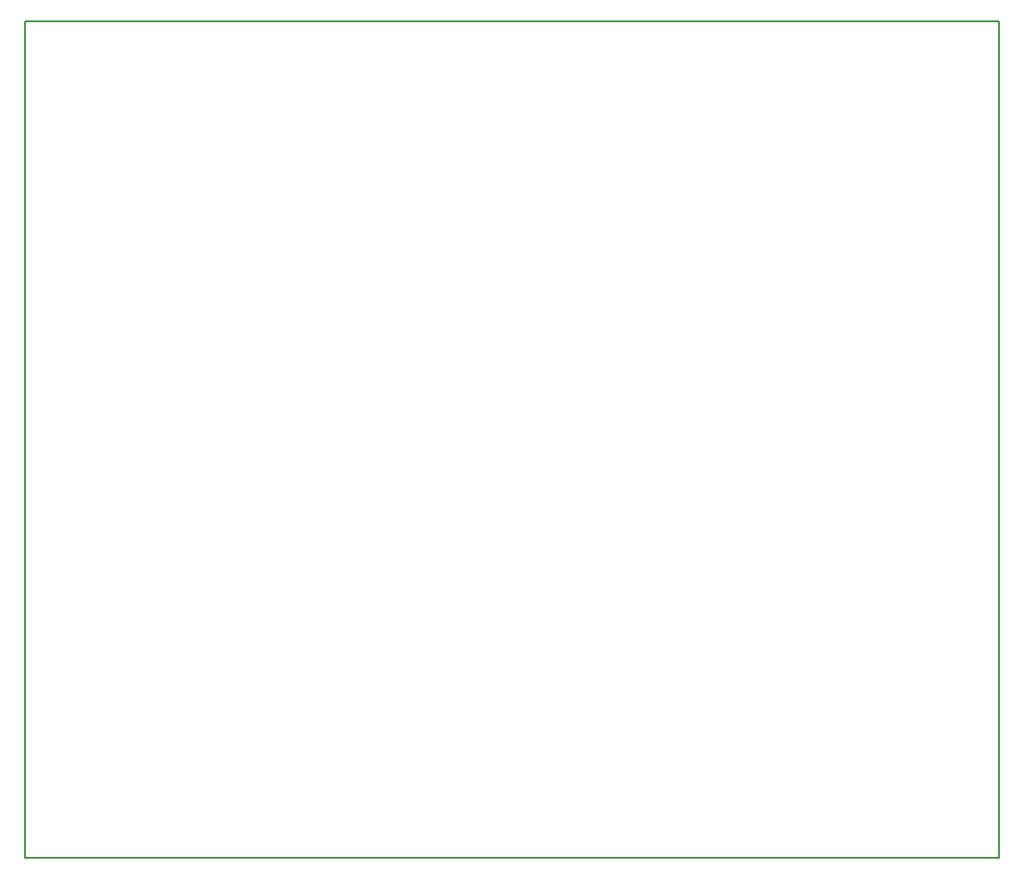
<source format=gbr>
G04 #@! TF.FileFunction,Profile,NP*
%FSLAX46Y46*%
G04 Gerber Fmt 4.6, Leading zero omitted, Abs format (unit mm)*
G04 Created by KiCad (PCBNEW 4.0.6) date Sunday, 17 September 2017 'AMt' 11:44:48*
%MOMM*%
%LPD*%
G01*
G04 APERTURE LIST*
%ADD10C,0.100000*%
%ADD11C,0.150000*%
G04 APERTURE END LIST*
D10*
D11*
X104000000Y-64000000D02*
X104000000Y-140500000D01*
X193000000Y-64000000D02*
X104000000Y-64000000D01*
X193000000Y-140500000D02*
X104000000Y-140500000D01*
X193000000Y-64000000D02*
X193000000Y-140500000D01*
M02*

</source>
